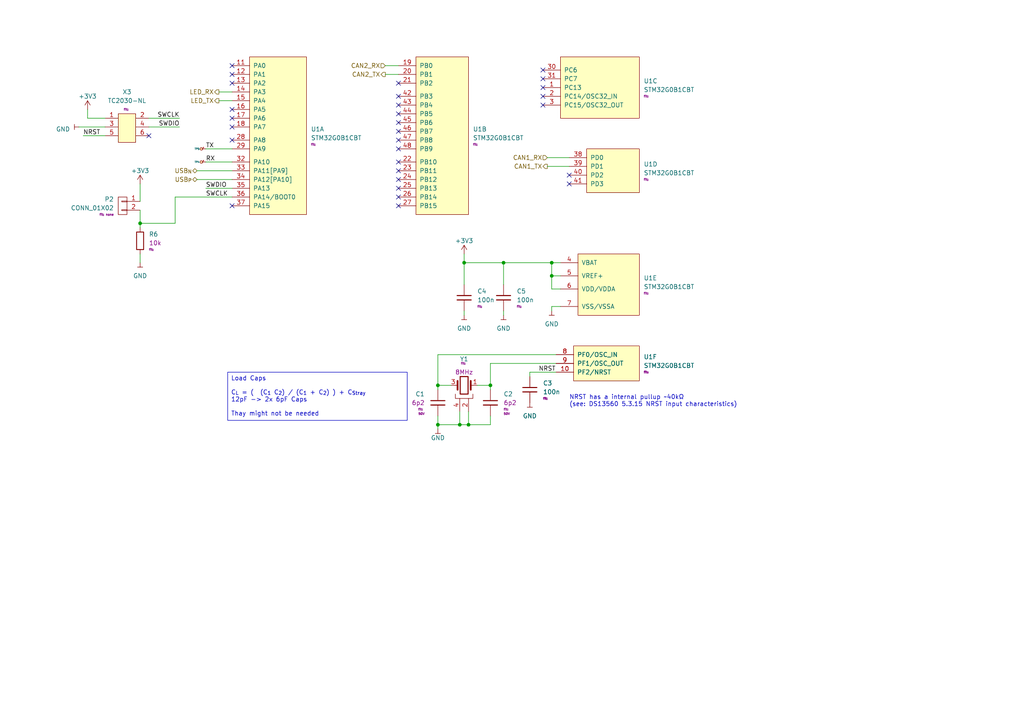
<source format=kicad_sch>
(kicad_sch (version 20231120) (generator "eeschema") (generator_version "8.0")
  (paper "A4")
  (title_block (title "MCU") (date "2023-06-16") (rev "R${release}") (company "${company}") (comment 1 "${release_state}") (comment 2 "${prefix}-S${type_number}-R${release}-V${sch_variant}-C${sch_ci}") (comment 3 "hardware/${prefix}-S${type_number}_${short_desciption}"))
  (lib_symbols
    (symbol "Cap_5Percent_E24_0603_C0G_50V_-40C-125C:6p2_0603_C0G_5%_50V_-40C..125C_Chip-Capacitor" (pin_numbers hide) (pin_names (offset 0.254))
      (property "Reference" "C" (at 0.635 2.54 0))
      (property "DisplayValue" "6p2" (at 0.635 -2.54 0))
      (property "Fit" "fit: " (at 7.62 -3.81 0))
      (property "CapRatedVoltage" "50V" (at 0 0 0))
      (symbol "6p2_0603_C0G_5%_50V_-40C..125C_Chip-Capacitor_0_1"
        (polyline (pts (xy -2.032 -0.635) (xy 2.032 -0.635)) (stroke (width 0.3048)))
        (polyline (pts (xy -2.032 0.635) (xy 2.032 0.635)) (stroke (width 0.3048)))
      )
      (symbol "6p2_0603_C0G_5%_50V_-40C..125C_Chip-Capacitor_1_1"
        (pin passive line (at 0 3.81 270) (length 3.2004) (name "~") (number "1"))
        (pin passive line (at 0 -3.81 90) (length 2.9972) (name "~") (number "2"))
      )
    )
    (symbol "Res_1Percent_E24_0603_100mW_-40C-90C:10k_0603_100mW_1%_E24_Chip-Resistor" (pin_numbers hide) (pin_names (offset 0))
      (property "Reference" "R" (at 2.032 0 90))
      (property "DisplayValue" "10k" (at -0.0254 -0.0508 90))
      (property "Fit" "fit: " (at 7.62 -3.81 0))
      (symbol "10k_0603_100mW_1%_E24_Chip-Resistor_0_1"
        (rectangle (start -1.016 -2.54) (end 1.016 2.54) (stroke (width 0.254)))
      )
      (symbol "10k_0603_100mW_1%_E24_Chip-Resistor_1_1"
        (pin passive line (at 0 3.81 270) (length 1.27) (name "~") (number "1"))
        (pin passive line (at 0 -3.81 90) (length 1.27) (name "~") (number "2"))
      )
    )
    (symbol "ST:STM32G0B1CBT" (pin_names (offset 1.016))
      (property "Reference" "U" (at 3.81 10.16 0))
      (property "Value" "STM32G0B1CBT" (at 0 -25.4 0))
      (property "Fit" "fit: " (at 6.35 10.16 0))
      (symbol "STM32G0B1CBT_1_1"
        (rectangle (start -8.89 24.13) (end 7.62 -21.59) (fill (type background)))
        (pin bidirectional line (at -13.97 21.59 0) (length 5.08) (name "PA0") (number "11"))
        (pin bidirectional line (at -13.97 19.05 0) (length 5.08) (name "PA1") (number "12"))
        (pin bidirectional line (at -13.97 16.51 0) (length 5.08) (name "PA2") (number "13"))
        (pin bidirectional line (at -13.97 13.97 0) (length 5.08) (name "PA3") (number "14"))
        (pin bidirectional line (at -13.97 11.43 0) (length 5.08) (name "PA4") (number "15"))
        (pin bidirectional line (at -13.97 8.89 0) (length 5.08) (name "PA5") (number "16"))
        (pin bidirectional line (at -13.97 6.35 0) (length 5.08) (name "PA6") (number "17"))
        (pin bidirectional line (at -13.97 3.81 0) (length 5.08) (name "PA7") (number "18"))
        (pin bidirectional line (at -13.97 0 0) (length 5.08) (name "PA8") (number "28"))
        (pin bidirectional line (at -13.97 -2.54 0) (length 5.08) (name "PA9") (number "29"))
        (pin bidirectional line (at -13.97 -6.35 0) (length 5.08) (name "PA10") (number "32"))
        (pin bidirectional line (at -13.97 -8.89 0) (length 5.08) (name "PA11[PA9]") (number "33"))
        (pin bidirectional line (at -13.97 -11.43 0) (length 5.08) (name "PA12[PA10]") (number "34"))
        (pin bidirectional line (at -13.97 -13.97 0) (length 5.08) (name "PA13") (number "35"))
        (pin bidirectional line (at -13.97 -16.51 0) (length 5.08) (name "PA14/BOOT0") (number "36"))
        (pin bidirectional line (at -13.97 -19.05 0) (length 5.08) (name "PA15") (number "37"))
      )
      (symbol "STM32G0B1CBT_2_1"
        (rectangle (start -7.62 22.86) (end 7.62 -22.86) (fill (type background)))
        (pin bidirectional line (at -12.7 20.32 0) (length 5.08) (name "PB0") (number "19"))
        (pin bidirectional line (at -12.7 17.78 0) (length 5.08) (name "PB1") (number "20"))
        (pin bidirectional line (at -12.7 15.24 0) (length 5.08) (name "PB2") (number "21"))
        (pin bidirectional line (at -12.7 -7.62 0) (length 5.08) (name "PB10") (number "22"))
        (pin bidirectional line (at -12.7 -10.16 0) (length 5.08) (name "PB11") (number "23"))
        (pin bidirectional line (at -12.7 -12.7 0) (length 5.08) (name "PB12") (number "24"))
        (pin bidirectional line (at -12.7 -15.24 0) (length 5.08) (name "PB13") (number "25"))
        (pin bidirectional line (at -12.7 -17.78 0) (length 5.08) (name "PB14") (number "26"))
        (pin bidirectional line (at -12.7 -20.32 0) (length 5.08) (name "PB15") (number "27"))
        (pin bidirectional line (at -12.7 11.43 0) (length 5.08) (name "PB3") (number "42"))
        (pin bidirectional line (at -12.7 8.89 0) (length 5.08) (name "PB4") (number "43"))
        (pin bidirectional line (at -12.7 6.35 0) (length 5.08) (name "PB5") (number "44"))
        (pin bidirectional line (at -12.7 3.81 0) (length 5.08) (name "PB6") (number "45"))
        (pin bidirectional line (at -12.7 1.27 0) (length 5.08) (name "PB7") (number "46"))
        (pin bidirectional line (at -12.7 -1.27 0) (length 5.08) (name "PB8") (number "47"))
        (pin bidirectional line (at -12.7 -3.81 0) (length 5.08) (name "PB9") (number "48"))
      )
      (symbol "STM32G0B1CBT_3_1"
        (rectangle (start -11.43 8.89) (end 11.43 -8.89) (fill (type background)))
        (pin bidirectional line (at -16.51 0 0) (length 5.08) (name "PC13") (number "1"))
        (pin bidirectional line (at -16.51 -2.54 0) (length 5.08) (name "PC14/OSC32_IN") (number "2"))
        (pin bidirectional line (at -16.51 -5.08 0) (length 5.08) (name "PC15/OSC32_OUT") (number "3"))
        (pin bidirectional line (at -16.51 5.08 0) (length 5.08) (name "PC6") (number "30"))
        (pin bidirectional line (at -16.51 2.54 0) (length 5.08) (name "PC7") (number "31"))
      )
      (symbol "STM32G0B1CBT_4_1"
        (rectangle (start -7.62 6.35) (end 7.62 -6.35) (fill (type background)))
        (pin bidirectional line (at -12.7 3.81 0) (length 5.08) (name "PD0") (number "38"))
        (pin bidirectional line (at -12.7 1.27 0) (length 5.08) (name "PD1") (number "39"))
        (pin bidirectional line (at -12.7 -1.27 0) (length 5.08) (name "PD2") (number "40"))
        (pin bidirectional line (at -12.7 -3.81 0) (length 5.08) (name "PD3") (number "41"))
      )
      (symbol "STM32G0B1CBT_5_1"
        (rectangle (start -8.89 8.89) (end 8.89 -8.89) (fill (type background)))
        (pin power_in line (at -13.97 6.35 0) (length 5.08) (name "VBAT") (number "4"))
        (pin power_in line (at -13.97 2.54 0) (length 5.08) (name "VREF+") (number "5"))
        (pin power_in line (at -13.97 -1.27 0) (length 5.08) (name "VDD/VDDA") (number "6"))
        (pin power_in line (at -13.97 -6.35 0) (length 5.08) (name "VSS/VSSA") (number "7"))
      )
      (symbol "STM32G0B1CBT_6_1"
        (rectangle (start -10.16 5.08) (end 8.89 -5.08) (fill (type background)))
        (pin bidirectional line (at -15.24 -2.54 0) (length 5.08) (name "PF2/NRST") (number "10"))
        (pin bidirectional line (at -15.24 2.54 0) (length 5.08) (name "PF0/OSC_IN") (number "8"))
        (pin bidirectional line (at -15.24 0 0) (length 5.08) (name "PF1/OSC_OUT") (number "9"))
      )
    )
    (symbol "generic-connectors:CONN_01X02" (pin_names (offset 1.016) hide)
      (property "Reference" "P" (at 0 5.08 0))
      (property "Value" "CONN_01X02" (at 2.54 0 90))
      (property "Fit" "fit: " (at 7.62 -3.81 0))
      (symbol "CONN_01X02_0_1"
        (rectangle (start -1.27 0.127) (end 0.254 -0.127))
        (rectangle (start -1.27 2.667) (end 0.254 2.413))
        (rectangle (start -1.27 3.81) (end 1.27 -1.27))
      )
      (symbol "CONN_01X02_1_1"
        (pin passive line (at -5.08 2.54 0) (length 3.81) (name "P1") (number "1"))
        (pin passive line (at -5.08 0 0) (length 3.81) (name "P2") (number "2"))
      )
    )
    (symbol "generic-connectors:TP1.0mm" (pin_names (offset 1.016))
      (property "Reference" "TP" (at 1.27 2.54 0))
      (symbol "TP1.0mm_0_1"
        (circle (center 1.27 0) (radius 0.381) (fill (type background)))
      )
      (symbol "TP1.0mm_1_1"
        (pin passive line (at 0 0 0) (length 1.27) (name "~") (number "1"))
      )
    )
    (symbol "multicomp:100n" (pin_numbers hide) (pin_names (offset 0.254))
      (property "Reference" "C" (at 0.635 2.54 0))
      (property "Value" "100n" (at 0.635 -2.54 0))
      (property "Fit" "fit: " (at 7.62 -3.81 0))
      (symbol "100n_0_1"
        (polyline (pts (xy -2.032 -0.635) (xy 2.032 -0.635)) (stroke (width 0.3048)))
        (polyline (pts (xy -2.032 0.635) (xy 2.032 0.635)) (stroke (width 0.3048)))
      )
      (symbol "100n_1_1"
        (pin passive line (at 0 3.81 270) (length 3.2004) (name "~") (number "1"))
        (pin passive line (at 0 -3.81 90) (length 2.9972) (name "~") (number "2"))
      )
    )
    (symbol "powerport:+3V3" (power) (pin_names (offset 0))
      (property "Value" "+3V3" (at 0 3.556 0))
      (symbol "+3V3_0_1"
        (polyline (pts (xy -0.762 1.27) (xy 0 2.54)))
        (polyline (pts (xy 0 0) (xy 0 2.54)))
        (polyline (pts (xy 0 2.54) (xy 0.762 1.27)))
      )
      (symbol "+3V3_1_1"
        (pin power_in line (at 0 0 90) (length 0) hide (name "+3V3") (number "1"))
      )
    )
    (symbol "powerport:GND" (power) (pin_names (offset 0))
      (property "Value" "GND" (at 0 -2.54 0))
      (symbol "GND_0_1"
        (polyline (pts (xy -0.762 -1.27) (xy 0.762 -1.27)))
        (polyline (pts (xy 0 0) (xy 0 -1.27)))
      )
      (symbol "GND_1_1"
        (pin power_in line (at 0 0 270) (length 0) hide (name "GND") (number "1"))
      )
    )
    (symbol "tag-connect:TC2030-NL" (pin_names (offset 1.016) hide) (in_bom no)
      (property "Reference" "X" (at 0 -5.715 0))
      (property "Value" "TC2030-NL" (at 3.81 -15.24 0))
      (property "Fit" "fit: " (at 5.08 -5.08 0))
      (symbol "TC2030-NL_0_1"
        (rectangle (start -2.54 3.81) (end 2.54 -4.445) (fill (type background)))
      )
      (symbol "TC2030-NL_1_1"
        (pin passive line (at -6.35 2.54 0) (length 3.81) (name "P1") (number "1"))
        (pin passive line (at 6.35 2.54 180) (length 3.81) (name "P2") (number "2"))
        (pin passive line (at -6.35 0 0) (length 3.81) (name "P3") (number "3"))
        (pin passive line (at 6.35 0 180) (length 3.81) (name "P4") (number "4"))
        (pin passive line (at -6.35 -2.54 0) (length 3.81) (name "P4") (number "5"))
        (pin passive line (at 6.35 -2.54 180) (length 3.81) (name "P4") (number "6"))
      )
    )
    (symbol "wuerth:830108313809" (pin_names (offset 1.016) hide)
      (property "Reference" "Y" (at 1.27 3.81 0))
      (property "Fit" "fit: " (at 7.62 -3.81 0))
      (property "DisplayName" "8MHz" (at 0 0 0))
      (symbol "830108313809_0_1"
        (rectangle (start -2.54 -1.143) (end 2.54 1.143) (stroke (width 0.3048)))
        (polyline (pts (xy 0 -2.54) (xy 0 -1.905)))
        (polyline (pts (xy 0 2.54) (xy 0 1.905)))
        (polyline (pts (xy 1.27 -1.905) (xy -1.27 -1.905)) (stroke (width 0.508)))
        (polyline (pts (xy 1.27 1.905) (xy -1.27 1.905)) (stroke (width 0.508)))
        (polyline (pts (xy -2.54 2.54) (xy -3.81 2.54) (xy -3.81 -2.54) (xy -2.54 -2.54)))
      )
      (symbol "830108313809_1_1"
        (pin passive line (at 0 3.81 270) (length 1.27) (name "C_{1}") (number "1"))
        (pin passive line (at -7.62 1.27 0) (length 3.81) (name "GND") (number "2"))
        (pin passive line (at 0 -3.81 90) (length 1.27) (name "C_{2}") (number "3"))
        (pin passive line (at -7.62 -1.27 0) (length 3.81) (name "GND") (number "4"))
      )
    )
  )
  (junction (at 40.64 64.77))
  (junction (at 160.02 80.01))
  (junction (at 127 111.76))
  (junction (at 142.24 111.76))
  (junction (at 160.02 76.2))
  (junction (at 134.62 76.2))
  (junction (at 127 123.19))
  (junction (at 133.35 123.19))
  (junction (at 135.89 123.19))
  (junction (at 146.05 76.2))
  (no_connect (at 157.48 27.94))
  (no_connect (at 115.57 57.15))
  (no_connect (at 67.31 40.64))
  (no_connect (at 157.48 22.86))
  (no_connect (at 115.57 38.1))
  (no_connect (at 165.1 53.34))
  (no_connect (at 165.1 50.8))
  (no_connect (at 115.57 43.18))
  (no_connect (at 115.57 49.53))
  (no_connect (at 157.48 25.4))
  (no_connect (at 67.31 59.69))
  (no_connect (at 115.57 27.94))
  (no_connect (at 67.31 19.05))
  (no_connect (at 67.31 34.29))
  (no_connect (at 115.57 35.56))
  (no_connect (at 157.48 20.32))
  (no_connect (at 115.57 33.02))
  (no_connect (at 115.57 24.13))
  (no_connect (at 115.57 54.61))
  (no_connect (at 115.57 40.64))
  (no_connect (at 115.57 30.48))
  (no_connect (at 67.31 24.13))
  (no_connect (at 67.31 31.75))
  (no_connect (at 115.57 59.69))
  (no_connect (at 67.31 21.59))
  (no_connect (at 67.31 36.83))
  (no_connect (at 115.57 46.99))
  (no_connect (at 43.18 39.37))
  (no_connect (at 115.57 52.07))
  (no_connect (at 157.48 30.48))
  (wire (pts (xy 142.24 123.19) (xy 142.24 120.65)))
  (wire (pts (xy 153.67 107.95) (xy 161.29 107.95)))
  (wire (pts (xy 63.5 26.67) (xy 67.31 26.67)))
  (wire (pts (xy 24.13 39.37) (xy 30.48 39.37)))
  (wire (pts (xy 25.4 31.75) (xy 25.4 34.29)))
  (wire (pts (xy 142.24 111.76) (xy 142.24 113.03)))
  (wire (pts (xy 22.86 36.83) (xy 30.48 36.83)))
  (wire (pts (xy 111.76 19.05) (xy 115.57 19.05)))
  (wire (pts (xy 162.56 83.82) (xy 160.02 83.82)))
  (wire (pts (xy 25.4 34.29) (xy 30.48 34.29)))
  (wire (pts (xy 40.64 64.77) (xy 50.8 64.77)))
  (wire (pts (xy 40.64 73.66) (xy 40.64 76.2)))
  (wire (pts (xy 63.5 29.21) (xy 67.31 29.21)))
  (wire (pts (xy 133.35 123.19) (xy 135.89 123.19)))
  (wire (pts (xy 127 111.76) (xy 127 113.03)))
  (wire (pts (xy 134.62 76.2) (xy 134.62 82.55)))
  (wire (pts (xy 158.75 45.72) (xy 165.1 45.72)))
  (wire (pts (xy 153.67 107.95) (xy 153.67 109.22)))
  (wire (pts (xy 133.35 119.38) (xy 133.35 123.19)))
  (wire (pts (xy 50.8 64.77) (xy 50.8 57.15)))
  (wire (pts (xy 135.89 123.19) (xy 142.24 123.19)))
  (wire (pts (xy 127 123.19) (xy 127 124.46)))
  (wire (pts (xy 160.02 88.9) (xy 162.56 88.9)))
  (wire (pts (xy 40.64 64.77) (xy 40.64 66.04)))
  (wire (pts (xy 59.69 54.61) (xy 67.31 54.61)))
  (wire (pts (xy 160.02 80.01) (xy 162.56 80.01)))
  (wire (pts (xy 50.8 57.15) (xy 67.31 57.15)))
  (wire (pts (xy 127 102.87) (xy 161.29 102.87)))
  (wire (pts (xy 146.05 76.2) (xy 160.02 76.2)))
  (wire (pts (xy 127 111.76) (xy 127 102.87)))
  (wire (pts (xy 127 123.19) (xy 133.35 123.19)))
  (wire (pts (xy 134.62 73.66) (xy 134.62 76.2)))
  (wire (pts (xy 142.24 105.41) (xy 161.29 105.41)))
  (wire (pts (xy 40.64 53.34) (xy 40.64 58.42)))
  (wire (pts (xy 160.02 83.82) (xy 160.02 80.01)))
  (wire (pts (xy 142.24 105.41) (xy 142.24 111.76)))
  (wire (pts (xy 138.43 111.76) (xy 142.24 111.76)))
  (wire (pts (xy 160.02 76.2) (xy 162.56 76.2)))
  (wire (pts (xy 59.69 43.18) (xy 67.31 43.18)))
  (wire (pts (xy 57.15 49.53) (xy 67.31 49.53)))
  (wire (pts (xy 158.75 48.26) (xy 165.1 48.26)))
  (wire (pts (xy 160.02 90.17) (xy 160.02 88.9)))
  (wire (pts (xy 146.05 76.2) (xy 146.05 82.55)))
  (wire (pts (xy 134.62 76.2) (xy 146.05 76.2)))
  (wire (pts (xy 40.64 60.96) (xy 40.64 64.77)))
  (wire (pts (xy 135.89 119.38) (xy 135.89 123.19)))
  (wire (pts (xy 111.76 21.59) (xy 115.57 21.59)))
  (wire (pts (xy 59.69 46.99) (xy 67.31 46.99)))
  (wire (pts (xy 43.18 36.83) (xy 52.07 36.83)))
  (wire (pts (xy 127 120.65) (xy 127 123.19)))
  (wire (pts (xy 130.81 111.76) (xy 127 111.76)))
  (wire (pts (xy 43.18 34.29) (xy 52.07 34.29)))
  (wire (pts (xy 160.02 80.01) (xy 160.02 76.2)))
  (wire (pts (xy 57.15 52.07) (xy 67.31 52.07)))
  (wire (pts (xy 146.05 90.17) (xy 146.05 91.44)))
  (wire (pts (xy 134.62 90.17) (xy 134.62 91.44)))
  (text_box "Load Caps\n\nC_{L} = (  (C_{1} C_{2}) / (C_{1} + C_{2}) ) + C_{Stray}\n12pF -> 2x 6pF Caps\n\nThay might not be needed" (at 66.04 107.95 0) (size 52.07 13.97) (effects (font (size 1.27 1.27)) (justify left top)))
  (text "NRST has a internal pullup ~40kΩ\n(see: DS13560 5.3.15 NRST input characteristics)" (at 165.1 118.11 0) (effects (font (size 1.27 1.27)) (justify left bottom)))
  (label "TX" (at 59.69 43.18 0))
  (label "SWCLK" (at 59.69 57.15 0))
  (label "SWCLK" (at 52.07 34.29 180))
  (label "RX" (at 59.69 46.99 0))
  (label "NRST" (at 156.21 107.95 0))
  (label "NRST" (at 24.13 39.37 0))
  (label "SWDIO" (at 59.69 54.61 0))
  (label "SWDIO" (at 52.07 36.83 180))
  (hierarchical_label "USB_{N}" (shape bidirectional) (at 57.15 49.53 180))
  (hierarchical_label "LED_TX" (shape output) (at 63.5 29.21 180))
  (hierarchical_label "CAN1_RX" (shape input) (at 158.75 45.72 180))
  (hierarchical_label "CAN2_RX" (shape input) (at 111.76 19.05 180))
  (hierarchical_label "LED_RX" (shape output) (at 63.5 26.67 180))
  (hierarchical_label "CAN1_TX" (shape output) (at 158.75 48.26 180))
  (hierarchical_label "USB_{P}" (shape bidirectional) (at 57.15 52.07 180))
  (hierarchical_label "CAN2_TX" (shape output) (at 111.76 21.59 180))
  (symbol (lib_id "powerport:GND") (at 134.62 91.44 0) (unit 1)
    (property "Reference" "#PWR022" (effects (hide yes)))
    (property "Value" "GND" (at 134.62 95.25 0))
  )
  (symbol (lib_id "ST:STM32G0B1CBT") (at 173.99 25.4 0) (unit 3)
    (property "Reference" "U1" (at 186.69 23.495 0) (effects (justify left)))
    (property "Value" "STM32G0B1CBT" (at 186.69 26.035 0) (effects (justify left)))
    (property "Footprint" "Package_QFP:LQFP-48_7x7mm_P0.5mm" (effects (hide yes)))
    (property "Datasheet" "https://www.st.com/resource/en/datasheet/stm32g0b1cb.pdf" (effects (hide yes)))
    (property "Datasheet2" "https://www.st.com/resource/en/user_manual/um3083-stm32g0-series-iec-60730-selftest-library-user-guide-stmicroelectronics.pdf" (effects (hide yes)))
    (property "Manufacturer" "ST" (effects (hide yes)))
    (property "MPN" "STM32G0B1CBT" (effects (hide yes)))
    (property "Fit" "fit: " (at 186.69 27.94 0) (effects (font (size 0.635 0.635)) (justify left)))
    (property "State" "reviewed" (effects (hide yes)))
    (property "Package" "LQFP48" (effects (hide yes)))
    (property "mouser" " 511-STM32G0B1CBT3 " (effects (hide yes)))
  )
  (symbol (lib_id "Cap_5Percent_E24_0603_C0G_50V_-40C-125C:6p2_0603_C0G_5%_50V_-40C..125C_Chip-Capacitor") (at 142.24 116.84 180) (unit 1)
    (property "Reference" "C2" (at 146.05 114.2873 0) (effects (justify right)))
    (property "Value" "6p2_0603_C0G_5%_50V_-40C..125C_Chip-Capacitor" (effects (hide yes)))
    (property "Footprint" "Capacitor_SMD:C_0603_1608Metric" (effects (hide yes)))
    (property "MPN" "any" (effects (hide yes)))
    (property "Manufacturer" "any" (effects (hide yes)))
    (property "DisplayValue" "6p2" (at 146.05 116.8273 0) (effects (justify right)))
    (property "Fit" "fit: " (at 146.05 118.7323 0) (effects (font (size 0.635 0.635)) (justify right)))
    (property "State" "legacy" (effects (hide yes)))
    (property "CapRatedVoltage" "50V" (at 146.05 120.0023 0) (effects (font (size 0.635 0.635)) (justify right)))
    (property "Package" "0603" (effects (hide yes)))
  )
  (symbol (lib_id "tag-connect:TC2030-NL") (at 36.83 36.83 0) (unit 1)
    (property "Reference" "X3" (at 36.83 26.67 0))
    (property "Value" "TC2030-NL" (at 36.83 29.21 0))
    (property "Footprint" "Connector_Tag-Connect:TC2030-NL" (effects (hide yes)))
    (property "Datasheet" "$PTX_DATASHEETS/datasheets/Connectors/Tag-Connect_TC2030-IDC-NL-Datasheet-Rev-B.pdf" (effects (hide yes)))
    (property "Manufacturer" "Tag-Connect" (effects (hide yes)))
    (property "MPN" "TC2030-NL" (effects (hide yes)))
    (property "Fit" "fit: " (at 36.83 31.75 0) (effects (font (size 0.635 0.635))))
    (property "State" "reviewed" (effects (hide yes)))
    (property "Package" "mfg-specific 6-pin" (effects (hide yes)))
  )
  (symbol (lib_id "generic-connectors:TP1.0mm") (at 59.69 43.18 180) (unit 1)
    (property "Reference" "TP5" (at 57.15 43.18 0) (effects (font (size 0.508 0.508))))
    (property "Value" "TP1.0mm" (effects (hide yes)))
    (property "Footprint" "TestPoint:TestPoint_Pad_1.0x1.0mm" (effects (hide yes)))
    (property "Manufacturer" "any" (effects (hide yes)))
    (property "MPN" "any" (effects (hide yes)))
    (property "State" "reviewed" (effects (hide yes)))
    (property "Fit" "fit: " (effects (hide yes)))
    (property "Package" "SMT TP" (effects (hide yes)))
  )
  (symbol (lib_id "ST:STM32G0B1CBT") (at 177.8 49.53 0) (unit 4)
    (property "Reference" "U1" (at 186.69 47.625 0) (effects (justify left)))
    (property "Value" "STM32G0B1CBT" (at 186.69 50.165 0) (effects (justify left)))
    (property "Footprint" "Package_QFP:LQFP-48_7x7mm_P0.5mm" (effects (hide yes)))
    (property "Datasheet" "https://www.st.com/resource/en/datasheet/stm32g0b1cb.pdf" (effects (hide yes)))
    (property "Datasheet2" "https://www.st.com/resource/en/user_manual/um3083-stm32g0-series-iec-60730-selftest-library-user-guide-stmicroelectronics.pdf" (effects (hide yes)))
    (property "Manufacturer" "ST" (effects (hide yes)))
    (property "MPN" "STM32G0B1CBT" (effects (hide yes)))
    (property "Fit" "fit: " (at 186.69 52.07 0) (effects (font (size 0.635 0.635)) (justify left)))
    (property "State" "reviewed" (effects (hide yes)))
    (property "Package" "LQFP48" (effects (hide yes)))
    (property "mouser" " 511-STM32G0B1CBT3 " (effects (hide yes)))
  )
  (symbol (lib_id "powerport:GND") (at 153.67 116.84 0) (unit 1)
    (property "Reference" "#PWR020" (effects (hide yes)))
    (property "Value" "GND" (at 153.67 120.65 0))
  )
  (symbol (lib_id "generic-connectors:CONN_01X02") (at 35.56 60.96 0) (mirror y) (unit 1)
    (property "Reference" "P2" (at 33.02 57.785 0) (effects (justify left)))
    (property "Value" "CONN_01X02" (at 33.02 60.325 0) (effects (justify left)))
    (property "Footprint" "Jumper:SolderJumper-2_P1.3mm_Open_RoundedPad1.0x1.5mm" (effects (hide yes)))
    (property "Manufacturer" "generic" (effects (hide yes)))
    (property "MPN" "generic" (effects (hide yes)))
    (property "Fit" "fit: none" (at 33.02 62.23 0) (effects (font (size 0.635 0.635)) (justify left)))
    (property "State" "legacy" (effects (hide yes)))
    (property "Package" "THT 2.54mm 1x2-pin" (effects (hide yes)))
  )
  (symbol (lib_id "powerport:GND") (at 146.05 91.44 0) (unit 1)
    (property "Reference" "#PWR023" (effects (hide yes)))
    (property "Value" "GND" (at 146.05 95.25 0))
  )
  (symbol (lib_id "powerport:+3V3") (at 134.62 73.66 0) (unit 1)
    (property "Reference" "#PWR021" (effects (hide yes)))
    (property "Value" "+3V3" (at 134.62 69.85 0))
  )
  (symbol (lib_id "powerport:+3V3") (at 25.4 31.75 0) (unit 1)
    (property "Reference" "#PWR016" (effects (hide yes)))
    (property "Value" "+3V3" (at 25.4 27.94 0))
  )
  (symbol (lib_id "powerport:GND") (at 22.86 36.83 270) (unit 1)
    (property "Reference" "#PWR015" (effects (hide yes)))
    (property "Value" "GND" (at 20.32 37.465 90) (effects (justify right)))
  )
  (symbol (lib_id "ST:STM32G0B1CBT") (at 176.53 105.41 0) (unit 6)
    (property "Reference" "U1" (at 186.69 103.505 0) (effects (justify left)))
    (property "Value" "STM32G0B1CBT" (at 186.69 106.045 0) (effects (justify left)))
    (property "Footprint" "Package_QFP:LQFP-48_7x7mm_P0.5mm" (effects (hide yes)))
    (property "Datasheet" "https://www.st.com/resource/en/datasheet/stm32g0b1cb.pdf" (effects (hide yes)))
    (property "Datasheet2" "https://www.st.com/resource/en/user_manual/um3083-stm32g0-series-iec-60730-selftest-library-user-guide-stmicroelectronics.pdf" (effects (hide yes)))
    (property "Manufacturer" "ST" (effects (hide yes)))
    (property "MPN" "STM32G0B1CBT" (effects (hide yes)))
    (property "Fit" "fit: " (at 186.69 107.95 0) (effects (font (size 0.635 0.635)) (justify left)))
    (property "State" "reviewed" (effects (hide yes)))
    (property "Package" "LQFP48" (effects (hide yes)))
    (property "mouser" " 511-STM32G0B1CBT3 " (effects (hide yes)))
  )
  (symbol (lib_id "multicomp:100n") (at 134.62 86.36 0) (unit 1)
    (property "Reference" "C4" (at 138.43 84.4677 0) (effects (justify left)))
    (property "Value" "100n" (at 138.43 87.0077 0) (effects (justify left)))
    (property "Footprint" "Capacitor_SMD:C_0603_1608Metric" (effects (hide yes)))
    (property "Datasheet" "http://www.farnell.com/datasheets/1901289.pdf" (effects (hide yes)))
    (property "MPN" "MC0603B104K500CT" (effects (hide yes)))
    (property "Manufacturer" "Multicomp" (effects (hide yes)))
    (property "Fit" "fit: " (at 138.43 88.9127 0) (effects (font (size 0.635 0.635)) (justify left)))
    (property "State" "legacy" (effects (hide yes)))
    (property "Package" "0603" (effects (hide yes)))
  )
  (symbol (lib_id "multicomp:100n") (at 146.05 86.36 0) (unit 1)
    (property "Reference" "C5" (at 149.86 84.4677 0) (effects (justify left)))
    (property "Value" "100n" (at 149.86 87.0077 0) (effects (justify left)))
    (property "Footprint" "Capacitor_SMD:C_0603_1608Metric" (effects (hide yes)))
    (property "Datasheet" "http://www.farnell.com/datasheets/1901289.pdf" (effects (hide yes)))
    (property "MPN" "MC0603B104K500CT" (effects (hide yes)))
    (property "Manufacturer" "Multicomp" (effects (hide yes)))
    (property "Fit" "fit: " (at 149.86 88.9127 0) (effects (font (size 0.635 0.635)) (justify left)))
    (property "State" "legacy" (effects (hide yes)))
    (property "Package" "0603" (effects (hide yes)))
  )
  (symbol (lib_id "Res_1Percent_E24_0603_100mW_-40C-90C:10k_0603_100mW_1%_E24_Chip-Resistor") (at 40.64 69.85 0) (unit 1)
    (property "Reference" "R6" (at 43.18 67.945 0) (effects (justify left)))
    (property "Value" "10k_0603_100mW_1%_E24_Chip-Resistor" (effects (hide yes)))
    (property "Footprint" "Resistor_SMD:R_0603_1608Metric" (effects (hide yes)))
    (property "MPN" "any" (effects (hide yes)))
    (property "Manufacturer" "any" (effects (hide yes)))
    (property "DisplayValue" "10k" (at 43.18 70.485 0) (effects (justify left)))
    (property "Fit" "fit: " (at 43.18 72.39 0) (effects (font (size 0.635 0.635)) (justify left)))
    (property "State" "legacy" (effects (hide yes)))
    (property "Package" "0603" (effects (hide yes)))
  )
  (symbol (lib_id "powerport:GND") (at 160.02 90.17 0) (unit 1)
    (property "Reference" "#PWR024" (effects (hide yes)))
    (property "Value" "GND" (at 160.02 93.98 0))
  )
  (symbol (lib_id "powerport:GND") (at 40.64 76.2 0) (unit 1)
    (property "Reference" "#PWR018" (effects (hide yes)))
    (property "Value" "GND" (at 40.64 80.01 0))
  )
  (symbol (lib_id "powerport:+3V3") (at 40.64 53.34 0) (unit 1)
    (property "Reference" "#PWR017" (effects (hide yes)))
    (property "Value" "+3V3" (at 40.64 49.53 0))
  )
  (symbol (lib_id "generic-connectors:TP1.0mm") (at 59.69 46.99 180) (unit 1)
    (property "Reference" "TP4" (at 57.15 46.99 0) (effects (font (size 0.508 0.508))))
    (property "Value" "TP1.0mm" (effects (hide yes)))
    (property "Footprint" "TestPoint:TestPoint_Pad_1.0x1.0mm" (effects (hide yes)))
    (property "Manufacturer" "any" (effects (hide yes)))
    (property "MPN" "any" (effects (hide yes)))
    (property "State" "reviewed" (effects (hide yes)))
    (property "Fit" "fit: " (effects (hide yes)))
    (property "Package" "SMT TP" (effects (hide yes)))
  )
  (symbol (lib_id "ST:STM32G0B1CBT") (at 176.53 82.55 0) (unit 5)
    (property "Reference" "U1" (at 186.69 80.645 0) (effects (justify left)))
    (property "Value" "STM32G0B1CBT" (at 186.69 83.185 0) (effects (justify left)))
    (property "Footprint" "Package_QFP:LQFP-48_7x7mm_P0.5mm" (effects (hide yes)))
    (property "Datasheet" "https://www.st.com/resource/en/datasheet/stm32g0b1cb.pdf" (effects (hide yes)))
    (property "Datasheet2" "https://www.st.com/resource/en/user_manual/um3083-stm32g0-series-iec-60730-selftest-library-user-guide-stmicroelectronics.pdf" (effects (hide yes)))
    (property "Manufacturer" "ST" (effects (hide yes)))
    (property "MPN" "STM32G0B1CBT" (effects (hide yes)))
    (property "Fit" "fit: " (at 186.69 85.09 0) (effects (font (size 0.635 0.635)) (justify left)))
    (property "State" "reviewed" (effects (hide yes)))
    (property "Package" "LQFP48" (effects (hide yes)))
    (property "mouser" " 511-STM32G0B1CBT3 " (effects (hide yes)))
  )
  (symbol (lib_id "wuerth:830108313809") (at 134.62 111.76 270) (mirror x) (unit 1)
    (property "Reference" "Y1" (at 134.62 104.14 90))
    (property "Value" "830108313809" (effects (hide yes)))
    (property "Footprint" "Crystal:Crystal_SMD_3225-4Pin_3.2x2.5mm" (effects (hide yes)))
    (property "Datasheet" "$PTX_DATASHEETS/datasheets/Crystal/WE_830108313809_8MHz.pdf" (effects (hide yes)))
    (property "Manufacturer" "Würth Elektronik" (effects (hide yes)))
    (property "MPN" "830108313809" (effects (hide yes)))
    (property "Fit" "fit: " (at 134.62 105.41 90) (effects (font (size 0.635 0.635))))
    (property "State" "reviewed" (effects (hide yes)))
    (property "Package" "SMD 4Pin Crystal 3.2mm" (effects (hide yes)))
    (property "DisplayName" "8MHz" (at 134.62 107.95 90))
  )
  (symbol (lib_id "ST:STM32G0B1CBT") (at 128.27 39.37 0) (unit 2)
    (property "Reference" "U1" (at 137.16 37.465 0) (effects (justify left)))
    (property "Value" "STM32G0B1CBT" (at 137.16 40.005 0) (effects (justify left)))
    (property "Footprint" "Package_QFP:LQFP-48_7x7mm_P0.5mm" (effects (hide yes)))
    (property "Datasheet" "https://www.st.com/resource/en/datasheet/stm32g0b1cb.pdf" (effects (hide yes)))
    (property "Datasheet2" "https://www.st.com/resource/en/user_manual/um3083-stm32g0-series-iec-60730-selftest-library-user-guide-stmicroelectronics.pdf" (effects (hide yes)))
    (property "Manufacturer" "ST" (effects (hide yes)))
    (property "MPN" "STM32G0B1CBT" (effects (hide yes)))
    (property "Fit" "fit: " (at 137.16 41.91 0) (effects (font (size 0.635 0.635)) (justify left)))
    (property "State" "reviewed" (effects (hide yes)))
    (property "Package" "LQFP48" (effects (hide yes)))
    (property "mouser" " 511-STM32G0B1CBT3 " (effects (hide yes)))
  )
  (symbol (lib_id "multicomp:100n") (at 153.67 113.03 0) (unit 1)
    (property "Reference" "C3" (at 157.48 111.1377 0) (effects (justify left)))
    (property "Value" "100n" (at 157.48 113.6777 0) (effects (justify left)))
    (property "Footprint" "Capacitor_SMD:C_0603_1608Metric" (effects (hide yes)))
    (property "Datasheet" "http://www.farnell.com/datasheets/1901289.pdf" (effects (hide yes)))
    (property "MPN" "MC0603B104K500CT" (effects (hide yes)))
    (property "Manufacturer" "Multicomp" (effects (hide yes)))
    (property "Fit" "fit: " (at 157.48 115.5827 0) (effects (font (size 0.635 0.635)) (justify left)))
    (property "State" "legacy" (effects (hide yes)))
    (property "Package" "0603" (effects (hide yes)))
  )
  (symbol (lib_id "powerport:GND") (at 127 124.46 0) (unit 1)
    (property "Reference" "#PWR019" (effects (hide yes)))
    (property "Value" "GND" (at 127 127 0))
  )
  (symbol (lib_id "Cap_5Percent_E24_0603_C0G_50V_-40C-125C:6p2_0603_C0G_5%_50V_-40C..125C_Chip-Capacitor") (at 127 116.84 180) (unit 1)
    (property "Reference" "C1" (at 123.19 114.2873 0) (effects (justify left)))
    (property "Value" "6p2_0603_C0G_5%_50V_-40C..125C_Chip-Capacitor" (effects (hide yes)))
    (property "Footprint" "Capacitor_SMD:C_0603_1608Metric" (effects (hide yes)))
    (property "MPN" "any" (effects (hide yes)))
    (property "Manufacturer" "any" (effects (hide yes)))
    (property "DisplayValue" "6p2" (at 123.19 116.8273 0) (effects (justify left)))
    (property "Fit" "fit: " (at 123.19 118.7323 0) (effects (font (size 0.635 0.635)) (justify left)))
    (property "State" "legacy" (effects (hide yes)))
    (property "CapRatedVoltage" "50V" (at 123.19 120.0023 0) (effects (font (size 0.635 0.635)) (justify left)))
    (property "Package" "0603" (effects (hide yes)))
  )
  (symbol (lib_id "ST:STM32G0B1CBT") (at 81.28 40.64 0) (unit 1)
    (property "Reference" "U1" (at 90.17 37.465 0) (effects (justify left)))
    (property "Value" "STM32G0B1CBT" (at 90.17 40.005 0) (effects (justify left)))
    (property "Footprint" "Package_QFP:LQFP-48_7x7mm_P0.5mm" (effects (hide yes)))
    (property "Datasheet" "https://www.st.com/resource/en/datasheet/stm32g0b1cb.pdf" (effects (hide yes)))
    (property "Datasheet2" "https://www.st.com/resource/en/user_manual/um3083-stm32g0-series-iec-60730-selftest-library-user-guide-stmicroelectronics.pdf" (effects (hide yes)))
    (property "Manufacturer" "ST" (effects (hide yes)))
    (property "MPN" "STM32G0B1CBT" (effects (hide yes)))
    (property "Fit" "fit: " (at 90.17 41.91 0) (effects (font (size 0.635 0.635)) (justify left)))
    (property "State" "reviewed" (effects (hide yes)))
    (property "Package" "LQFP48" (effects (hide yes)))
    (property "mouser" " 511-STM32G0B1CBT3 " (effects (hide yes)))
  )
)
</source>
